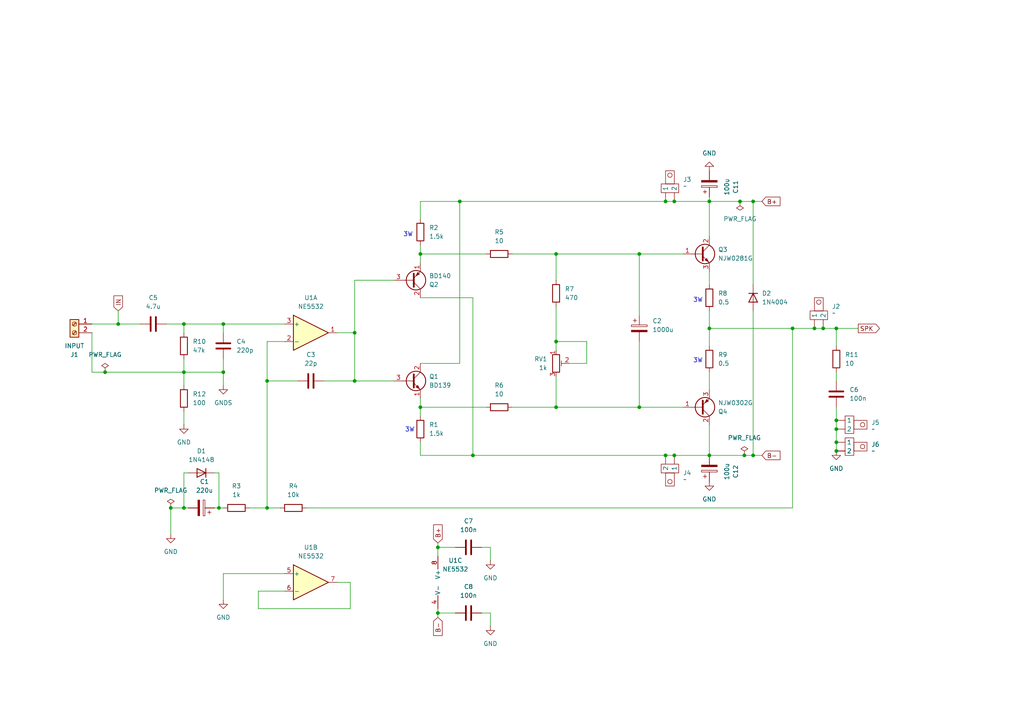
<source format=kicad_sch>
(kicad_sch (version 20250114) (generator "eeschema") (generator_version "9.0")
  (paper "A4")
  (lib_symbols
    (symbol "Amplifier_Operational:NE5532" (pin_names (offset 0.127))
      (property "Reference" "U" (at 0 5.08 0))
      (property "Value" "NE5532" (at 0 -5.08 0))
      (symbol "NE5532_1_1"
        (polyline (pts (xy -5.08 5.08) (xy 5.08 0) (xy -5.08 -5.08) (xy -5.08 5.08)) (stroke (width 0.254)) (fill (type background)))
        (pin input line (at -7.62 2.54 0) (length 2.54) (name "+") (number "3"))
        (pin input line (at -7.62 -2.54 0) (length 2.54) (name "-") (number "2"))
        (pin output line (at 7.62 0 180) (length 2.54) (name "~") (number "1"))
      )
      (symbol "NE5532_2_1"
        (polyline (pts (xy -5.08 5.08) (xy 5.08 0) (xy -5.08 -5.08) (xy -5.08 5.08)) (stroke (width 0.254)) (fill (type background)))
        (pin input line (at -7.62 2.54 0) (length 2.54) (name "+") (number "5"))
        (pin input line (at -7.62 -2.54 0) (length 2.54) (name "-") (number "6"))
        (pin output line (at 7.62 0 180) (length 2.54) (name "~") (number "7"))
      )
      (symbol "NE5532_3_1"
        (pin power_in line (at -2.54 7.62 270) (length 3.81) (name "V+") (number "8"))
        (pin power_in line (at -2.54 -7.62 90) (length 3.81) (name "V-") (number "4"))
      )
    )
    (symbol "Connector:Screw_Terminal_01x02" (pin_names (offset 1.016) (hide yes))
      (property "Reference" "J" (at 0 2.54 0))
      (property "Value" "Screw_Terminal_01x02" (at 0 -5.08 0))
      (symbol "Screw_Terminal_01x02_1_1"
        (rectangle (start -1.27 1.27) (end 1.27 -3.81) (stroke (width 0.254)) (fill (type background)))
        (polyline (pts (xy -0.5334 0.3302) (xy 0.3302 -0.508)) (stroke (width 0.1524)))
        (polyline (pts (xy -0.5334 -2.2098) (xy 0.3302 -3.048)) (stroke (width 0.1524)))
        (polyline (pts (xy -0.3556 0.508) (xy 0.508 -0.3302)) (stroke (width 0.1524)))
        (polyline (pts (xy -0.3556 -2.032) (xy 0.508 -2.8702)) (stroke (width 0.1524)))
        (circle (center 0 0) (radius 0.635) (stroke (width 0.1524)))
        (circle (center 0 -2.54) (radius 0.635) (stroke (width 0.1524)))
        (pin passive line (at -5.08 0 0) (length 3.81) (name "Pin_1") (number "1"))
        (pin passive line (at -5.08 -2.54 0) (length 3.81) (name "Pin_2") (number "2"))
      )
    )
    (symbol "Device:C" (pin_numbers (hide yes)) (pin_names (offset 0.254))
      (property "Reference" "C" (at 0.635 2.54 0))
      (property "Value" "C" (at 0.635 -2.54 0))
      (symbol "C_0_1"
        (polyline (pts (xy -2.032 0.762) (xy 2.032 0.762)) (stroke (width 0.508)))
        (polyline (pts (xy -2.032 -0.762) (xy 2.032 -0.762)) (stroke (width 0.508)))
      )
      (symbol "C_1_1"
        (pin passive line (at 0 3.81 270) (length 2.794) (name "~") (number "1"))
        (pin passive line (at 0 -3.81 90) (length 2.794) (name "~") (number "2"))
      )
    )
    (symbol "Device:C_Polarized" (pin_numbers (hide yes)) (pin_names (offset 0.254))
      (property "Reference" "C" (at 0.635 2.54 0))
      (property "Value" "C_Polarized" (at 0.635 -2.54 0))
      (symbol "C_Polarized_0_1"
        (rectangle (start -2.286 0.508) (end 2.286 1.016))
        (polyline (pts (xy -1.778 2.286) (xy -0.762 2.286)))
        (polyline (pts (xy -1.27 2.794) (xy -1.27 1.778)))
        (rectangle (start 2.286 -0.508) (end -2.286 -1.016) (fill (type outline)))
      )
      (symbol "C_Polarized_1_1"
        (pin passive line (at 0 3.81 270) (length 2.794) (name "~") (number "1"))
        (pin passive line (at 0 -3.81 90) (length 2.794) (name "~") (number "2"))
      )
    )
    (symbol "Device:R" (pin_numbers (hide yes)) (pin_names (offset 0))
      (property "Reference" "R" (at 2.032 0 90))
      (property "Value" "R" (at 0 0 90))
      (symbol "R_0_1"
        (rectangle (start -1.016 -2.54) (end 1.016 2.54) (stroke (width 0.254)))
      )
      (symbol "R_1_1"
        (pin passive line (at 0 3.81 270) (length 1.27) (name "~") (number "1"))
        (pin passive line (at 0 -3.81 90) (length 1.27) (name "~") (number "2"))
      )
    )
    (symbol "Device:R_Potentiometer_Trim" (pin_names (offset 1.016) (hide yes))
      (property "Reference" "RV" (at -4.445 0 90))
      (property "Value" "R_Potentiometer_Trim" (at -2.54 0 90))
      (symbol "R_Potentiometer_Trim_0_1"
        (rectangle (start 1.016 2.54) (end -1.016 -2.54) (stroke (width 0.254)))
        (polyline (pts (xy 1.524 0.762) (xy 1.524 -0.762)))
        (polyline (pts (xy 2.54 0) (xy 1.524 0)))
      )
      (symbol "R_Potentiometer_Trim_1_1"
        (pin passive line (at 0 3.81 270) (length 1.27) (name "1") (number "1"))
        (pin passive line (at 0 -3.81 90) (length 1.27) (name "3") (number "3"))
        (pin passive line (at 3.81 0 180) (length 1.27) (name "2") (number "2"))
      )
    )
    (symbol "Diamond:NJW0281G" (pin_names (offset 0) (hide yes))
      (property "Reference" "Q" (at -2.54 7.62 0))
      (property "Value" "NJW0281G" (at -2.54 5.08 0))
      (symbol "NJW0281G_0_1"
        (polyline (pts (xy -2.54 0) (xy 0.635 0)) (stroke (width 0.1524)))
        (polyline (pts (xy 0.635 1.905) (xy 0.635 -1.905) (xy 0.635 -1.905)) (stroke (width 0.508)))
        (polyline (pts (xy 0.635 0.635) (xy 2.54 2.54)))
        (polyline (pts (xy 0.635 -0.635) (xy 2.54 -2.54) (xy 2.54 -2.54)))
        (circle (center 1.27 0) (radius 2.8194) (stroke (width 0.254)))
        (polyline (pts (xy 1.27 -1.778) (xy 1.778 -1.27) (xy 2.286 -2.286) (xy 1.27 -1.778) (xy 1.27 -1.778)) (fill (type outline)))
        (polyline (pts (xy 2.794 -1.27) (xy 2.794 -1.27)) (stroke (width 0.1524)))
        (polyline (pts (xy 2.794 -1.27) (xy 2.794 -1.27)) (stroke (width 0.1524)))
      )
      (symbol "NJW0281G_1_1"
        (pin open_collector line (at -5.08 0 0) (length 2.54) (name "C") (number "1"))
        (pin input line (at 2.54 5.08 270) (length 2.54) (name "B") (number "2"))
        (pin open_emitter line (at 2.54 -5.08 90) (length 2.54) (name "E") (number "3"))
      )
    )
    (symbol "Diamond:NJW0302G" (pin_names (offset 0) (hide yes))
      (property "Reference" "Q" (at -2.54 7.62 0))
      (property "Value" "NJW0302G" (at -2.54 5.08 0))
      (symbol "NJW0302G_0_1"
        (polyline (pts (xy -2.54 0) (xy 0.635 0)) (stroke (width 0.1524)))
        (polyline (pts (xy 0.635 1.905) (xy 0.635 -1.905) (xy 0.635 -1.905)) (stroke (width 0.508)))
        (polyline (pts (xy 0.635 0.635) (xy 2.54 2.54)))
        (polyline (pts (xy 0.635 -0.635) (xy 2.54 -2.54) (xy 2.54 -2.54)))
        (circle (center 1.27 0) (radius 2.8194) (stroke (width 0.254)))
        (polyline (pts (xy 2.286 -1.778) (xy 1.778 -2.286) (xy 1.27 -1.27) (xy 2.286 -1.778) (xy 2.286 -1.778)) (fill (type outline)))
      )
      (symbol "NJW0302G_1_1"
        (pin input line (at -5.08 0 0) (length 2.54) (name "B") (number "1"))
        (pin open_collector line (at 2.54 5.08 270) (length 2.54) (name "C") (number "2"))
        (pin open_emitter line (at 2.54 -5.08 90) (length 2.54) (name "E") (number "3"))
      )
    )
    (symbol "Diamond:Spade_Connector" (pin_numbers (hide yes))
      (property "Reference" "J" (at 0 2.54 0))
      (symbol "Spade_Connector_0_1"
        (rectangle (start -2.54 0) (end 0 -5.08))
        (rectangle (start 0 -1.27) (end 3.81 -3.81))
        (circle (center 2.54 -2.54) (radius 0.635))
      )
      (symbol "Spade_Connector_1_1"
        (pin passive line (at -5.08 -1.27 0) (length 2.54) (name "1") (number "1"))
        (pin passive line (at -5.08 -3.81 0) (length 2.54) (name "2") (number "2"))
      )
    )
    (symbol "Diode:1N4004" (pin_numbers (hide yes)) (pin_names (hide yes))
      (property "Reference" "D" (at 0 2.54 0))
      (property "Value" "1N4004" (at 0 -2.54 0))
      (symbol "1N4004_0_1"
        (polyline (pts (xy -1.27 1.27) (xy -1.27 -1.27)) (stroke (width 0.254)))
        (polyline (pts (xy 1.27 1.27) (xy 1.27 -1.27) (xy -1.27 0) (xy 1.27 1.27)) (stroke (width 0.254)))
        (polyline (pts (xy 1.27 0) (xy -1.27 0)))
      )
      (symbol "1N4004_1_1"
        (pin passive line (at -3.81 0 0) (length 2.54) (name "K") (number "1"))
        (pin passive line (at 3.81 0 180) (length 2.54) (name "A") (number "2"))
      )
    )
    (symbol "Diode:1N4148" (pin_numbers (hide yes)) (pin_names (hide yes))
      (property "Reference" "D" (at 0 2.54 0))
      (property "Value" "1N4148" (at 0 -2.54 0))
      (symbol "1N4148_0_1"
        (polyline (pts (xy -1.27 1.27) (xy -1.27 -1.27)) (stroke (width 0.254)))
        (polyline (pts (xy 1.27 1.27) (xy 1.27 -1.27) (xy -1.27 0) (xy 1.27 1.27)) (stroke (width 0.254)))
        (polyline (pts (xy 1.27 0) (xy -1.27 0)))
      )
      (symbol "1N4148_1_1"
        (pin passive line (at -3.81 0 0) (length 2.54) (name "K") (number "1"))
        (pin passive line (at 3.81 0 180) (length 2.54) (name "A") (number "2"))
      )
    )
    (symbol "Transistor_BJT:BD139" (pin_names (offset 0) (hide yes))
      (property "Reference" "Q" (at 5.08 1.905 0))
      (property "Value" "BD139" (at 5.08 0 0))
      (symbol "BD139_0_1"
        (polyline (pts (xy -2.54 0) (xy 0.635 0)))
        (polyline (pts (xy 0.635 1.905) (xy 0.635 -1.905)) (stroke (width 0.508)))
        (circle (center 1.27 0) (radius 2.8194) (stroke (width 0.254)))
      )
      (symbol "BD139_1_1"
        (polyline (pts (xy 0.635 0.635) (xy 2.54 2.54)))
        (polyline (pts (xy 0.635 -0.635) (xy 2.54 -2.54)))
        (polyline (pts (xy 1.27 -1.778) (xy 1.778 -1.27) (xy 2.286 -2.286) (xy 1.27 -1.778)) (fill (type outline)))
        (pin input line (at -5.08 0 0) (length 2.54) (name "B") (number "3"))
        (pin passive line (at 2.54 5.08 270) (length 2.54) (name "C") (number "2"))
        (pin passive line (at 2.54 -5.08 90) (length 2.54) (name "E") (number "1"))
      )
    )
    (symbol "Transistor_BJT:BD140" (pin_names (offset 0) (hide yes))
      (property "Reference" "Q" (at 5.08 1.905 0))
      (property "Value" "BD140" (at 5.08 0 0))
      (symbol "BD140_0_1"
        (polyline (pts (xy -2.54 0) (xy 0.635 0)))
        (polyline (pts (xy 0.635 1.905) (xy 0.635 -1.905)) (stroke (width 0.508)))
        (polyline (pts (xy 0.635 0.635) (xy 2.54 2.54)))
        (polyline (pts (xy 0.635 -0.635) (xy 2.54 -2.54)))
        (circle (center 1.27 0) (radius 2.8194) (stroke (width 0.254)))
        (polyline (pts (xy 2.286 -1.778) (xy 1.778 -2.286) (xy 1.27 -1.27) (xy 2.286 -1.778)) (fill (type outline)))
      )
      (symbol "BD140_1_1"
        (pin input line (at -5.08 0 0) (length 2.54) (name "B") (number "3"))
        (pin passive line (at 2.54 5.08 270) (length 2.54) (name "C") (number "2"))
        (pin passive line (at 2.54 -5.08 90) (length 2.54) (name "E") (number "1"))
      )
    )
    (symbol "power:GND" (power) (pin_numbers (hide yes)) (pin_names (offset 0) (hide yes))
      (property "Value" "GND" (at 0 -3.81 0))
      (symbol "GND_0_1"
        (polyline (pts (xy 0 0) (xy 0 -1.27) (xy 1.27 -1.27) (xy 0 -2.54) (xy -1.27 -1.27) (xy 0 -1.27)))
      )
      (symbol "GND_1_1"
        (pin power_in line (at 0 0 270) (length 0) (name "~") (number "1"))
      )
    )
    (symbol "power:PWR_FLAG" (power) (pin_numbers (hide yes)) (pin_names (offset 0) (hide yes))
      (property "Value" "PWR_FLAG" (at 0 3.81 0))
      (symbol "PWR_FLAG_0_0"
        (pin power_out line (at 0 0 90) (length 0) (name "~") (number "1"))
      )
      (symbol "PWR_FLAG_0_1"
        (polyline (pts (xy 0 0) (xy 0 1.27) (xy -1.016 1.905) (xy 0 2.54) (xy 1.016 1.905) (xy 0 1.27)))
      )
    )
  )
  (text "3W" (at 118.364 68.072 0) (effects (font (size 1.27 1.27))))
  (text "3W" (at 118.872 124.714 0) (effects (font (size 1.27 1.27))))
  (text "3W" (at 202.438 104.648 0) (effects (font (size 1.27 1.27))))
  (text "3W" (at 202.438 87.122 0) (effects (font (size 1.27 1.27))))
  (junction (at 102.87 96.52))
  (junction (at 205.74 95.25))
  (junction (at 49.53 147.32))
  (junction (at 242.57 95.25))
  (junction (at 185.42 118.11))
  (junction (at 193.04 58.42))
  (junction (at 53.34 107.95))
  (junction (at 133.35 58.42))
  (junction (at 121.92 73.66))
  (junction (at 236.22 95.25))
  (junction (at 77.47 147.32))
  (junction (at 77.47 110.49))
  (junction (at 242.57 121.92))
  (junction (at 218.44 58.42))
  (junction (at 63.5 147.32))
  (junction (at 161.29 73.66))
  (junction (at 242.57 124.46))
  (junction (at 30.48 107.95))
  (junction (at 205.74 58.42))
  (junction (at 102.87 110.49))
  (junction (at 53.34 147.32))
  (junction (at 121.92 118.11))
  (junction (at 195.58 58.42))
  (junction (at 229.87 95.25))
  (junction (at 64.77 107.95))
  (junction (at 193.04 132.08))
  (junction (at 161.29 99.06))
  (junction (at 127 177.8))
  (junction (at 215.9 132.08))
  (junction (at 195.58 132.08))
  (junction (at 53.34 93.98))
  (junction (at 214.63 58.42))
  (junction (at 127 158.75))
  (junction (at 34.29 93.98))
  (junction (at 238.76 95.25))
  (junction (at 185.42 73.66))
  (junction (at 242.57 128.27))
  (junction (at 161.29 118.11))
  (junction (at 205.74 132.08))
  (junction (at 137.16 132.08))
  (junction (at 242.57 130.81))
  (junction (at 64.77 93.98))
  (junction (at 218.44 132.08))
  (wire (pts (xy 49.53 147.32) (xy 53.34 147.32)))
  (wire (pts (xy 127 158.75) (xy 132.08 158.75)))
  (wire (pts (xy 77.47 147.32) (xy 81.28 147.32)))
  (wire (pts (xy 77.47 99.06) (xy 82.55 99.06)))
  (wire (pts (xy 127 158.75) (xy 127 161.29)))
  (wire (pts (xy 139.7 158.75) (xy 142.24 158.75)))
  (wire (pts (xy 121.92 118.11) (xy 140.97 118.11)))
  (wire (pts (xy 53.34 137.16) (xy 54.61 137.16)))
  (wire (pts (xy 53.34 93.98) (xy 64.77 93.98)))
  (wire (pts (xy 205.74 58.42) (xy 205.74 68.58)))
  (wire (pts (xy 205.74 90.17) (xy 205.74 95.25)))
  (wire (pts (xy 121.92 118.11) (xy 121.92 120.65)))
  (wire (pts (xy 97.79 96.52) (xy 102.87 96.52)))
  (wire (pts (xy 185.42 91.44) (xy 185.42 73.66)))
  (wire (pts (xy 97.79 168.91) (xy 101.6 168.91)))
  (wire (pts (xy 26.67 107.95) (xy 30.48 107.95)))
  (wire (pts (xy 53.34 104.14) (xy 53.34 107.95)))
  (wire (pts (xy 161.29 88.9) (xy 161.29 99.06)))
  (wire (pts (xy 72.39 147.32) (xy 77.47 147.32)))
  (wire (pts (xy 165.1 105.41) (xy 170.18 105.41)))
  (wire (pts (xy 127 177.8) (xy 127 176.53)))
  (wire (pts (xy 49.53 154.94) (xy 49.53 147.32)))
  (wire (pts (xy 242.57 124.46) (xy 242.57 128.27)))
  (wire (pts (xy 74.93 176.53) (xy 74.93 171.45)))
  (wire (pts (xy 205.74 107.95) (xy 205.74 113.03)))
  (wire (pts (xy 205.74 95.25) (xy 205.74 100.33)))
  (wire (pts (xy 215.9 132.08) (xy 218.44 132.08)))
  (wire (pts (xy 161.29 99.06) (xy 161.29 101.6)))
  (wire (pts (xy 220.98 58.42) (xy 218.44 58.42)))
  (wire (pts (xy 127 177.8) (xy 132.08 177.8)))
  (wire (pts (xy 238.76 95.25) (xy 242.57 95.25)))
  (wire (pts (xy 236.22 95.25) (xy 238.76 95.25)))
  (wire (pts (xy 242.57 107.95) (xy 242.57 110.49)))
  (wire (pts (xy 161.29 73.66) (xy 185.42 73.66)))
  (wire (pts (xy 242.57 128.27) (xy 242.57 130.81)))
  (wire (pts (xy 64.77 96.52) (xy 64.77 93.98)))
  (wire (pts (xy 218.44 58.42) (xy 218.44 82.55)))
  (wire (pts (xy 88.9 147.32) (xy 229.87 147.32)))
  (wire (pts (xy 121.92 105.41) (xy 133.35 105.41)))
  (wire (pts (xy 53.34 93.98) (xy 53.34 96.52)))
  (wire (pts (xy 121.92 128.27) (xy 121.92 132.08)))
  (wire (pts (xy 121.92 132.08) (xy 137.16 132.08)))
  (wire (pts (xy 242.57 121.92) (xy 242.57 124.46)))
  (wire (pts (xy 242.57 100.33) (xy 242.57 95.25)))
  (wire (pts (xy 62.23 147.32) (xy 63.5 147.32)))
  (wire (pts (xy 242.57 95.25) (xy 248.92 95.25)))
  (wire (pts (xy 77.47 110.49) (xy 77.47 147.32)))
  (wire (pts (xy 133.35 58.42) (xy 193.04 58.42)))
  (wire (pts (xy 242.57 118.11) (xy 242.57 121.92)))
  (wire (pts (xy 148.59 73.66) (xy 161.29 73.66)))
  (wire (pts (xy 63.5 137.16) (xy 63.5 147.32)))
  (wire (pts (xy 64.77 166.37) (xy 82.55 166.37)))
  (wire (pts (xy 64.77 107.95) (xy 64.77 111.76)))
  (wire (pts (xy 101.6 168.91) (xy 101.6 176.53)))
  (wire (pts (xy 30.48 107.95) (xy 53.34 107.95)))
  (wire (pts (xy 148.59 118.11) (xy 161.29 118.11)))
  (wire (pts (xy 121.92 86.36) (xy 137.16 86.36)))
  (wire (pts (xy 53.34 147.32) (xy 54.61 147.32)))
  (wire (pts (xy 205.74 57.15) (xy 205.74 58.42)))
  (wire (pts (xy 185.42 73.66) (xy 198.12 73.66)))
  (wire (pts (xy 137.16 86.36) (xy 137.16 132.08)))
  (wire (pts (xy 133.35 58.42) (xy 133.35 105.41)))
  (wire (pts (xy 193.04 58.42) (xy 195.58 58.42)))
  (wire (pts (xy 102.87 81.28) (xy 114.3 81.28)))
  (wire (pts (xy 205.74 78.74) (xy 205.74 82.55)))
  (wire (pts (xy 77.47 110.49) (xy 86.36 110.49)))
  (wire (pts (xy 48.26 93.98) (xy 53.34 93.98)))
  (wire (pts (xy 121.92 58.42) (xy 133.35 58.42)))
  (wire (pts (xy 82.55 171.45) (xy 74.93 171.45)))
  (wire (pts (xy 205.74 123.19) (xy 205.74 132.08)))
  (wire (pts (xy 137.16 132.08) (xy 193.04 132.08)))
  (wire (pts (xy 102.87 96.52) (xy 102.87 81.28)))
  (wire (pts (xy 142.24 162.56) (xy 142.24 158.75)))
  (wire (pts (xy 53.34 119.38) (xy 53.34 123.19)))
  (wire (pts (xy 121.92 71.12) (xy 121.92 73.66)))
  (wire (pts (xy 102.87 110.49) (xy 102.87 96.52)))
  (wire (pts (xy 34.29 90.17) (xy 34.29 93.98)))
  (wire (pts (xy 205.74 95.25) (xy 229.87 95.25)))
  (wire (pts (xy 93.98 110.49) (xy 102.87 110.49)))
  (wire (pts (xy 139.7 177.8) (xy 142.24 177.8)))
  (wire (pts (xy 127 157.48) (xy 127 158.75)))
  (wire (pts (xy 161.29 73.66) (xy 161.29 81.28)))
  (wire (pts (xy 64.77 173.99) (xy 64.77 166.37)))
  (wire (pts (xy 26.67 93.98) (xy 34.29 93.98)))
  (wire (pts (xy 185.42 118.11) (xy 198.12 118.11)))
  (wire (pts (xy 53.34 137.16) (xy 53.34 147.32)))
  (wire (pts (xy 121.92 63.5) (xy 121.92 58.42)))
  (wire (pts (xy 34.29 93.98) (xy 40.64 93.98)))
  (wire (pts (xy 161.29 109.22) (xy 161.29 118.11)))
  (wire (pts (xy 214.63 58.42) (xy 205.74 58.42)))
  (wire (pts (xy 77.47 99.06) (xy 77.47 110.49)))
  (wire (pts (xy 121.92 115.57) (xy 121.92 118.11)))
  (wire (pts (xy 170.18 99.06) (xy 161.29 99.06)))
  (wire (pts (xy 229.87 147.32) (xy 229.87 95.25)))
  (wire (pts (xy 218.44 132.08) (xy 220.98 132.08)))
  (wire (pts (xy 195.58 132.08) (xy 205.74 132.08)))
  (wire (pts (xy 63.5 147.32) (xy 64.77 147.32)))
  (wire (pts (xy 205.74 132.08) (xy 215.9 132.08)))
  (wire (pts (xy 121.92 73.66) (xy 140.97 73.66)))
  (wire (pts (xy 193.04 132.08) (xy 195.58 132.08)))
  (wire (pts (xy 62.23 137.16) (xy 63.5 137.16)))
  (wire (pts (xy 64.77 93.98) (xy 82.55 93.98)))
  (wire (pts (xy 185.42 99.06) (xy 185.42 118.11)))
  (wire (pts (xy 53.34 107.95) (xy 64.77 107.95)))
  (wire (pts (xy 218.44 90.17) (xy 218.44 132.08)))
  (wire (pts (xy 142.24 181.61) (xy 142.24 177.8)))
  (wire (pts (xy 114.3 110.49) (xy 102.87 110.49)))
  (wire (pts (xy 64.77 107.95) (xy 64.77 104.14)))
  (wire (pts (xy 170.18 105.41) (xy 170.18 99.06)))
  (wire (pts (xy 26.67 96.52) (xy 26.67 107.95)))
  (wire (pts (xy 121.92 73.66) (xy 121.92 76.2)))
  (wire (pts (xy 101.6 176.53) (xy 74.93 176.53)))
  (wire (pts (xy 53.34 111.76) (xy 53.34 107.95)))
  (wire (pts (xy 195.58 58.42) (xy 205.74 58.42)))
  (wire (pts (xy 161.29 118.11) (xy 185.42 118.11)))
  (wire (pts (xy 127 179.07) (xy 127 177.8)))
  (wire (pts (xy 218.44 58.42) (xy 214.63 58.42)))
  (wire (pts (xy 229.87 95.25) (xy 236.22 95.25)))
  (global_label "B+" (shape input) (at 220.98 58.42 0) (property "Intersheetrefs" "${INTERSHEET_REFS}" (effects (hide yes))))
  (global_label "IN" (shape input) (at 34.29 90.17 90) (property "Intersheetrefs" "${INTERSHEET_REFS}" (effects (hide yes))))
  (global_label "B+" (shape input) (at 127 157.48 90) (property "Intersheetrefs" "${INTERSHEET_REFS}" (effects (hide yes))))
  (global_label "SPK" (shape output) (at 248.92 95.25 0) (property "Intersheetrefs" "${INTERSHEET_REFS}" (effects (hide yes))))
  (global_label "B-" (shape input) (at 127 179.07 270) (property "Intersheetrefs" "${INTERSHEET_REFS}" (effects (hide yes))))
  (global_label "B-" (shape input) (at 220.98 132.08 0) (property "Intersheetrefs" "${INTERSHEET_REFS}" (effects (hide yes))))
  (symbol (lib_id "Device:C") (at 135.89 158.75 90) (unit 1)
    (property "Reference" "C7" (at 135.89 151.13 90))
    (property "Value" "100n" (at 135.89 153.67 90))
    (property "Footprint" "Capacitor_THT:C_Rect_L7.2mm_W3.0mm_P5.00mm_FKS2_FKP2_MKS2_MKP2" (effects (hide yes)))
    (property "Description" "Unpolarized capacitor" (effects (hide yes)))
  )
  (symbol (lib_id "power:PWR_FLAG") (at 214.63 58.42 180) (unit 1)
    (property "Reference" "#FLG03" (effects (hide yes)))
    (property "Value" "PWR_FLAG" (at 214.63 63.5 0))
    (property "Description" "Special symbol for telling ERC where power comes from" (effects (hide yes)))
  )
  (symbol (lib_id "Diode:1N4148") (at 58.42 137.16 180) (unit 1)
    (property "Reference" "D1" (at 58.42 130.81 0))
    (property "Value" "1N4148" (at 58.42 133.35 0))
    (property "Footprint" "Diode_THT:D_DO-35_SOD27_P7.62mm_Horizontal" (effects (hide yes)))
    (property "Datasheet" "https://assets.nexperia.com/documents/data-sheet/1N4148_1N4448.pdf" (effects (hide yes)))
    (property "Description" "100V 0.15A standard switching diode, DO-35" (effects (hide yes)))
    (property "Sim.Device" "D" (effects (hide yes)))
    (property "Sim.Pins" "1=K 2=A" (effects (hide yes)))
  )
  (symbol (lib_id "Device:C_Polarized") (at 58.42 147.32 270) (mirror x) (unit 1)
    (property "Reference" "C1" (at 59.309 139.7 90))
    (property "Value" "220u" (at 59.309 142.24 90))
    (property "Footprint" "Capacitor_THT:CP_Radial_D8.0mm_P5.00mm" (effects (hide yes)))
    (property "Description" "Polarized capacitor" (effects (hide yes)))
  )
  (symbol (lib_id "Device:C") (at 90.17 110.49 90) (unit 1)
    (property "Reference" "C3" (at 90.17 102.87 90))
    (property "Value" "22p" (at 90.17 105.41 90))
    (property "Footprint" "Capacitor_THT:C_Rect_L7.2mm_W3.0mm_P5.00mm_FKS2_FKP2_MKS2_MKP2" (effects (hide yes)))
    (property "Description" "Unpolarized capacitor" (effects (hide yes)))
  )
  (symbol (lib_id "power:GND") (at 49.53 154.94 0) (unit 1)
    (property "Reference" "#PWR01" (effects (hide yes)))
    (property "Value" "GND" (at 49.53 160.02 0))
    (property "Description" "Power symbol creates a global label with name \"GND\" , ground" (effects (hide yes)))
  )
  (symbol (lib_id "Device:C_Polarized") (at 205.74 53.34 0) (mirror x) (unit 1)
    (property "Reference" "C11" (at 213.36 54.229 90))
    (property "Value" "100u" (at 210.82 54.229 90))
    (property "Footprint" "Capacitor_THT:CP_Radial_D8.0mm_P5.00mm" (effects (hide yes)))
    (property "Description" "Polarized capacitor" (effects (hide yes)))
  )
  (symbol (lib_id "Device:R") (at 144.78 118.11 90) (unit 1)
    (property "Reference" "R6" (at 144.78 111.76 90))
    (property "Value" "10" (at 144.78 114.3 90))
    (property "Footprint" "Resistor_THT:R_Axial_DIN0204_L3.6mm_D1.6mm_P7.62mm_Horizontal" (effects (hide yes)))
    (property "Description" "Resistor" (effects (hide yes)))
  )
  (symbol (lib_id "Diamond:Spade_Connector") (at 247.65 120.65 0) (unit 1)
    (property "Reference" "J5" (at 252.73 122.5549 0) (effects (justify left)))
    (property "Value" "~" (at 252.73 124.46 0) (effects (justify left)))
    (property "Footprint" "Diamond:Spade Connector" (effects (hide yes)))
  )
  (symbol (lib_id "power:GND") (at 142.24 181.61 0) (unit 1)
    (property "Reference" "#PWR05" (effects (hide yes)))
    (property "Value" "GND" (at 142.24 186.69 0))
    (property "Description" "Power symbol creates a global label with name \"GND\" , ground" (effects (hide yes)))
  )
  (symbol (lib_id "Diamond:NJW0281G") (at 203.2 73.66 0) (unit 1)
    (property "Reference" "Q3" (at 208.28 72.3899 0) (effects (justify left)))
    (property "Value" "NJW0281G" (at 208.28 74.9299 0) (effects (justify left)))
    (property "Footprint" "Package_TO_SOT_THT:TO-3P-3_Vertical" (effects (hide yes)))
    (property "Datasheet" "https://ngspice.sourceforge.io/docs/ngspice-html-manual/manual.xhtml#cha_BJTs" (effects (hide yes)))
    (property "Description" "Bipolar transistor symbol for simulation only, substrate tied to the emitter" (effects (hide yes)))
    (property "Sim.Device" "NPN" (effects (hide yes)))
    (property "Sim.Type" "GUMMELPOON" (effects (hide yes)))
    (property "Sim.Pins" "1=C 2=B 3=E" (effects (hide yes)))
  )
  (symbol (lib_id "power:GND") (at 64.77 111.76 0) (unit 1)
    (property "Reference" "#PWR02" (effects (hide yes)))
    (property "Value" "GNDS" (at 64.77 116.84 0))
    (property "Description" "Power symbol creates a global label with name \"GND\" , ground" (effects (hide yes)))
  )
  (symbol (lib_id "Device:R") (at 68.58 147.32 90) (unit 1)
    (property "Reference" "R3" (at 68.58 140.97 90))
    (property "Value" "1k" (at 68.58 143.51 90))
    (property "Footprint" "Resistor_THT:R_Axial_DIN0204_L3.6mm_D1.6mm_P7.62mm_Horizontal" (effects (hide yes)))
    (property "Description" "Resistor" (effects (hide yes)))
  )
  (symbol (lib_id "power:GND") (at 53.34 123.19 0) (unit 1)
    (property "Reference" "#PWR06" (effects (hide yes)))
    (property "Value" "GND" (at 53.34 128.27 0))
    (property "Description" "Power symbol creates a global label with name \"GND\" , ground" (effects (hide yes)))
  )
  (symbol (lib_id "Device:R") (at 144.78 73.66 90) (unit 1)
    (property "Reference" "R5" (at 144.78 67.31 90))
    (property "Value" "10" (at 144.78 69.85 90))
    (property "Footprint" "Resistor_THT:R_Axial_DIN0204_L3.6mm_D1.6mm_P7.62mm_Horizontal" (effects (hide yes)))
    (property "Description" "Resistor" (effects (hide yes)))
  )
  (symbol (lib_id "Diamond:Spade_Connector") (at 247.65 127 0) (unit 1)
    (property "Reference" "J6" (at 252.73 128.9049 0) (effects (justify left)))
    (property "Value" "~" (at 252.73 130.81 0) (effects (justify left)))
    (property "Footprint" "Diamond:Spade Connector" (effects (hide yes)))
  )
  (symbol (lib_id "power:GND") (at 205.74 49.53 180) (unit 1)
    (property "Reference" "#PWR08" (effects (hide yes)))
    (property "Value" "GND" (at 205.74 44.45 0))
    (property "Description" "Power symbol creates a global label with name \"GND\" , ground" (effects (hide yes)))
  )
  (symbol (lib_id "Device:C") (at 242.57 114.3 0) (unit 1)
    (property "Reference" "C6" (at 246.38 113.0299 0) (effects (justify left)))
    (property "Value" "100n" (at 246.38 115.5699 0) (effects (justify left)))
    (property "Footprint" "Capacitor_THT:C_Rect_L7.2mm_W3.0mm_P5.00mm_FKS2_FKP2_MKS2_MKP2" (effects (hide yes)))
    (property "Description" "Unpolarized capacitor" (effects (hide yes)))
  )
  (symbol (lib_id "Device:R") (at 121.92 67.31 0) (unit 1)
    (property "Reference" "R2" (at 124.46 66.0399 0) (effects (justify left)))
    (property "Value" "1.5k" (at 124.46 68.5799 0) (effects (justify left)))
    (property "Footprint" "Resistor_THT:R_Axial_DIN0414_L11.9mm_D4.5mm_P20.32mm_Horizontal" (effects (hide yes)))
    (property "Description" "Resistor" (effects (hide yes)))
  )
  (symbol (lib_id "Device:C_Polarized") (at 205.74 135.89 0) (mirror x) (unit 1)
    (property "Reference" "C12" (at 213.36 136.779 90))
    (property "Value" "100u" (at 210.82 136.779 90))
    (property "Footprint" "Capacitor_THT:CP_Radial_D8.0mm_P5.00mm" (effects (hide yes)))
    (property "Description" "Polarized capacitor" (effects (hide yes)))
  )
  (symbol (lib_id "Diamond:Spade_Connector") (at 196.85 137.16 270) (unit 1)
    (property "Reference" "J4" (at 198.12 137.1599 90) (effects (justify left)))
    (property "Value" "~" (at 198.12 139.065 90) (effects (justify left)))
    (property "Footprint" "Diamond:Spade Connector" (effects (hide yes)))
  )
  (symbol (lib_id "Transistor_BJT:BD140") (at 119.38 81.28 0) (mirror x) (unit 1)
    (property "Reference" "Q2" (at 124.46 82.5501 0) (effects (justify left)))
    (property "Value" "BD140" (at 124.46 80.0101 0) (effects (justify left)))
    (property "Footprint" "Package_TO_SOT_THT:TO-126-3_Vertical" (effects (hide yes)))
    (property "Datasheet" "http://www.st.com/internet/com/TECHNICAL_RESOURCES/TECHNICAL_LITERATURE/DATASHEET/CD00001225.pdf" (effects (hide yes)))
    (property "Description" "1.5A Ic, 80V Vce, Low Voltage Transistor, TO-126" (effects (hide yes)))
  )
  (symbol (lib_id "Device:R") (at 205.74 86.36 0) (unit 1)
    (property "Reference" "R8" (at 208.28 85.0899 0) (effects (justify left)))
    (property "Value" "0.5" (at 208.28 87.6299 0) (effects (justify left)))
    (property "Footprint" "Resistor_THT:R_Axial_DIN0414_L11.9mm_D4.5mm_P20.32mm_Horizontal" (effects (hide yes)))
    (property "Description" "Resistor" (effects (hide yes)))
  )
  (symbol (lib_id "Amplifier_Operational:NE5532") (at 90.17 168.91 0) (unit 2)
    (property "Reference" "U1" (at 90.17 158.75 0))
    (property "Value" "NE5532" (at 90.17 161.29 0))
    (property "Footprint" "Package_DIP:DIP-8_W7.62mm" (effects (hide yes)))
    (property "Datasheet" "http://www.ti.com/lit/ds/symlink/ne5532.pdf" (effects (hide yes)))
    (property "Description" "Dual Low-Noise Operational Amplifiers, DIP-8/SOIC-8" (effects (hide yes)))
  )
  (symbol (lib_id "Device:R") (at 53.34 115.57 180) (unit 1)
    (property "Reference" "R12" (at 55.88 114.2999 0) (effects (justify right)))
    (property "Value" "100" (at 55.88 116.8399 0) (effects (justify right)))
    (property "Footprint" "Resistor_THT:R_Axial_DIN0204_L3.6mm_D1.6mm_P7.62mm_Horizontal" (effects (hide yes)))
    (property "Description" "Resistor" (effects (hide yes)))
  )
  (symbol (lib_id "Connector:Screw_Terminal_01x02") (at 21.59 93.98 0) (mirror y) (unit 1)
    (property "Reference" "J1" (at 21.59 102.87 0))
    (property "Value" "INPUT" (at 21.59 100.33 0))
    (property "Footprint" "TerminalBlock_4Ucon:TerminalBlock_4Ucon_1x02_P3.50mm_Horizontal" (effects (hide yes)))
    (property "Description" "Generic screw terminal, single row, 01x02, script generated (kicad-library-utils/schlib/autogen/connector/)" (effects (hide yes)))
  )
  (symbol (lib_id "Device:C") (at 44.45 93.98 90) (unit 1)
    (property "Reference" "C5" (at 44.45 86.36 90))
    (property "Value" "4.7u" (at 44.45 88.9 90))
    (property "Footprint" "Capacitor_THT:CP_Radial_D4.0mm_P2.00mm" (effects (hide yes)))
    (property "Description" "Unpolarized capacitor" (effects (hide yes)))
  )
  (symbol (lib_id "Diamond:NJW0302G") (at 203.2 118.11 0) (mirror x) (unit 1)
    (property "Reference" "Q4" (at 208.28 119.3801 0) (effects (justify left)))
    (property "Value" "NJW0302G" (at 208.28 116.8401 0) (effects (justify left)))
    (property "Footprint" "Package_TO_SOT_THT:TO-3P-3_Vertical" (effects (hide yes)))
    (property "Datasheet" "https://ngspice.sourceforge.io/docs/ngspice-html-manual/manual.xhtml#cha_BJTs" (effects (hide yes)))
    (property "Description" "Bipolar transistor symbol for simulation only, substrate tied to the emitter" (effects (hide yes)))
    (property "Sim.Device" "PNP" (effects (hide yes)))
    (property "Sim.Type" "GUMMELPOON" (effects (hide yes)))
    (property "Sim.Pins" "1=C 2=B 3=E" (effects (hide yes)))
  )
  (symbol (lib_id "Device:R") (at 205.74 104.14 0) (unit 1)
    (property "Reference" "R9" (at 208.28 102.8699 0) (effects (justify left)))
    (property "Value" "0.5" (at 208.28 105.4099 0) (effects (justify left)))
    (property "Footprint" "Resistor_THT:R_Axial_DIN0414_L11.9mm_D4.5mm_P20.32mm_Horizontal" (effects (hide yes)))
    (property "Description" "Resistor" (effects (hide yes)))
  )
  (symbol (lib_id "Device:R") (at 161.29 85.09 0) (unit 1)
    (property "Reference" "R7" (at 163.83 83.8199 0) (effects (justify left)))
    (property "Value" "470" (at 163.83 86.3599 0) (effects (justify left)))
    (property "Footprint" "Resistor_THT:R_Axial_DIN0204_L3.6mm_D1.6mm_P7.62mm_Horizontal" (effects (hide yes)))
    (property "Description" "Resistor" (effects (hide yes)))
  )
  (symbol (lib_id "power:GND") (at 205.74 139.7 0) (unit 1)
    (property "Reference" "#PWR07" (effects (hide yes)))
    (property "Value" "GND" (at 205.74 144.78 0))
    (property "Description" "Power symbol creates a global label with name \"GND\" , ground" (effects (hide yes)))
  )
  (symbol (lib_id "Device:C") (at 135.89 177.8 90) (unit 1)
    (property "Reference" "C8" (at 135.89 170.18 90))
    (property "Value" "100n" (at 135.89 172.72 90))
    (property "Footprint" "Capacitor_THT:C_Rect_L7.2mm_W3.0mm_P5.00mm_FKS2_FKP2_MKS2_MKP2" (effects (hide yes)))
    (property "Description" "Unpolarized capacitor" (effects (hide yes)))
  )
  (symbol (lib_id "Diode:1N4004") (at 218.44 86.36 270) (unit 1)
    (property "Reference" "D2" (at 220.98 85.0899 90) (effects (justify left)))
    (property "Value" "1N4004" (at 220.98 87.6299 90) (effects (justify left)))
    (property "Footprint" "Diode_THT:D_DO-41_SOD81_P10.16mm_Horizontal" (effects (hide yes)))
    (property "Datasheet" "http://www.vishay.com/docs/88503/1n4001.pdf" (effects (hide yes)))
    (property "Description" "400V 1A General Purpose Rectifier Diode, DO-41" (effects (hide yes)))
    (property "Sim.Device" "D" (effects (hide yes)))
    (property "Sim.Pins" "1=K 2=A" (effects (hide yes)))
  )
  (symbol (lib_id "Device:R") (at 121.92 124.46 0) (unit 1)
    (property "Reference" "R1" (at 124.46 123.1899 0) (effects (justify left)))
    (property "Value" "1.5k" (at 124.46 125.7299 0) (effects (justify left)))
    (property "Footprint" "Resistor_THT:R_Axial_DIN0414_L11.9mm_D4.5mm_P20.32mm_Horizontal" (effects (hide yes)))
    (property "Description" "Resistor" (effects (hide yes)))
  )
  (symbol (lib_id "Device:R_Potentiometer_Trim") (at 161.29 105.41 0) (unit 1)
    (property "Reference" "RV1" (at 158.75 104.1399 0) (effects (justify right)))
    (property "Value" "1k" (at 158.75 106.6799 0) (effects (justify right)))
    (property "Footprint" "Diamond:TRIM_T93YA103KT20" (effects (hide yes)))
    (property "Description" "Trim-potentiometer" (effects (hide yes)))
  )
  (symbol (lib_id "power:GND") (at 242.57 130.81 0) (unit 1)
    (property "Reference" "#PWR03" (effects (hide yes)))
    (property "Value" "GND" (at 242.57 135.89 0))
    (property "Description" "Power symbol creates a global label with name \"GND\" , ground" (effects (hide yes)))
  )
  (symbol (lib_id "Device:C") (at 64.77 100.33 0) (unit 1)
    (property "Reference" "C4" (at 68.58 99.0599 0) (effects (justify left)))
    (property "Value" "220p" (at 68.58 101.5999 0) (effects (justify left)))
    (property "Footprint" "Capacitor_THT:C_Rect_L7.2mm_W3.0mm_P5.00mm_FKS2_FKP2_MKS2_MKP2" (effects (hide yes)))
    (property "Description" "Unpolarized capacitor" (effects (hide yes)))
  )
  (symbol (lib_id "Device:R") (at 53.34 100.33 0) (unit 1)
    (property "Reference" "R10" (at 55.88 99.0599 0) (effects (justify left)))
    (property "Value" "47k" (at 55.88 101.5999 0) (effects (justify left)))
    (property "Footprint" "Resistor_THT:R_Axial_DIN0204_L3.6mm_D1.6mm_P7.62mm_Horizontal" (effects (hide yes)))
    (property "Description" "Resistor" (effects (hide yes)))
  )
  (symbol (lib_id "Device:C_Polarized") (at 185.42 95.25 0) (unit 1)
    (property "Reference" "C2" (at 189.23 93.0909 0) (effects (justify left)))
    (property "Value" "1000u" (at 189.23 95.6309 0) (effects (justify left)))
    (property "Footprint" "Capacitor_THT:C_Radial_D12.5mm_H20.0mm_P5.00mm" (effects (hide yes)))
    (property "Description" "Polarized capacitor" (effects (hide yes)))
  )
  (symbol (lib_id "Transistor_BJT:BD139") (at 119.38 110.49 0) (unit 1)
    (property "Reference" "Q1" (at 124.46 109.2199 0) (effects (justify left)))
    (property "Value" "BD139" (at 124.46 111.7599 0) (effects (justify left)))
    (property "Footprint" "Package_TO_SOT_THT:TO-126-3_Vertical" (effects (hide yes)))
    (property "Datasheet" "http://www.st.com/internet/com/TECHNICAL_RESOURCES/TECHNICAL_LITERATURE/DATASHEET/CD00001225.pdf" (effects (hide yes)))
    (property "Description" "1.5A Ic, 80V Vce, Low Voltage Transistor, TO-126" (effects (hide yes)))
  )
  (symbol (lib_id "power:PWR_FLAG") (at 30.48 107.95 0) (unit 1)
    (property "Reference" "#FLG04" (effects (hide yes)))
    (property "Value" "PWR_FLAG" (at 30.48 102.87 0))
    (property "Description" "Special symbol for telling ERC where power comes from" (effects (hide yes)))
  )
  (symbol (lib_id "power:PWR_FLAG") (at 49.53 147.32 0) (unit 1)
    (property "Reference" "#FLG01" (effects (hide yes)))
    (property "Value" "PWR_FLAG" (at 49.53 142.24 0))
    (property "Description" "Special symbol for telling ERC where power comes from" (effects (hide yes)))
  )
  (symbol (lib_id "Amplifier_Operational:NE5532") (at 90.17 96.52 0) (unit 1)
    (property "Reference" "U1" (at 90.17 86.36 0))
    (property "Value" "NE5532" (at 90.17 88.9 0))
    (property "Footprint" "Package_DIP:DIP-8_W7.62mm" (effects (hide yes)))
    (property "Datasheet" "http://www.ti.com/lit/ds/symlink/ne5532.pdf" (effects (hide yes)))
    (property "Description" "Dual Low-Noise Operational Amplifiers, DIP-8/SOIC-8" (effects (hide yes)))
  )
  (symbol (lib_id "Device:R") (at 242.57 104.14 0) (unit 1)
    (property "Reference" "R11" (at 245.11 102.8699 0) (effects (justify left)))
    (property "Value" "10" (at 245.11 105.4099 0) (effects (justify left)))
    (property "Footprint" "Resistor_THT:R_Axial_DIN0414_L11.9mm_D4.5mm_P20.32mm_Horizontal" (effects (hide yes)))
    (property "Description" "Resistor" (effects (hide yes)))
  )
  (symbol (lib_id "Diamond:Spade_Connector") (at 191.77 53.34 90) (unit 1)
    (property "Reference" "J3" (at 198.12 52.0699 90) (effects (justify right)))
    (property "Value" "~" (at 198.12 53.975 90) (effects (justify right)))
    (property "Footprint" "Diamond:Spade Connector" (effects (hide yes)))
  )
  (symbol (lib_id "Diamond:Spade_Connector") (at 234.95 90.17 90) (unit 1)
    (property "Reference" "J2" (at 241.3 88.8999 90) (effects (justify right)))
    (property "Value" "~" (at 241.3 90.805 90) (effects (justify right)))
    (property "Footprint" "Diamond:Spade Connector" (effects (hide yes)))
  )
  (symbol (lib_id "power:PWR_FLAG") (at 215.9 132.08 0) (unit 1)
    (property "Reference" "#FLG02" (effects (hide yes)))
    (property "Value" "PWR_FLAG" (at 215.9 127 0))
    (property "Description" "Special symbol for telling ERC where power comes from" (effects (hide yes)))
  )
  (symbol (lib_id "power:GND") (at 64.77 173.99 0) (unit 1)
    (property "Reference" "#PWR09" (effects (hide yes)))
    (property "Value" "GND" (at 64.77 179.07 0))
    (property "Description" "Power symbol creates a global label with name \"GND\" , ground" (effects (hide yes)))
  )
  (symbol (lib_id "power:GND") (at 142.24 162.56 0) (unit 1)
    (property "Reference" "#PWR04" (effects (hide yes)))
    (property "Value" "GND" (at 142.24 167.64 0))
    (property "Description" "Power symbol creates a global label with name \"GND\" , ground" (effects (hide yes)))
  )
  (symbol (lib_id "Device:R") (at 85.09 147.32 90) (unit 1)
    (property "Reference" "R4" (at 85.09 140.97 90))
    (property "Value" "10k" (at 85.09 143.51 90))
    (property "Footprint" "Resistor_THT:R_Axial_DIN0204_L3.6mm_D1.6mm_P7.62mm_Horizontal" (effects (hide yes)))
    (property "Description" "Resistor" (effects (hide yes)))
  )
  (symbol (lib_id "Amplifier_Operational:NE5532") (at 129.54 168.91 0) (unit 3)
    (property "Reference" "U1" (at 132.08 162.56 0))
    (property "Value" "NE5532" (at 132.08 165.1 0))
    (property "Footprint" "Package_DIP:DIP-8_W7.62mm" (effects (hide yes)))
    (property "Datasheet" "http://www.ti.com/lit/ds/symlink/ne5532.pdf" (effects (hide yes)))
    (property "Description" "Dual Low-Noise Operational Amplifiers, DIP-8/SOIC-8" (effects (hide yes)))
  )
)
</source>
